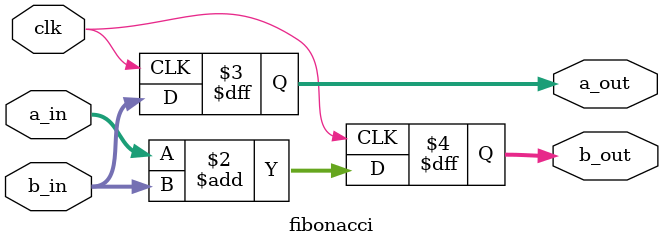
<source format=sv>
module fibonacci(
    input wire clk,
    input wire [31:0] a_in,
    input wire [31:0] b_in,
    output reg [31:0] a_out,
    output reg [31:0] b_out   // TODO should these be registers? or wires?
);
    always @ (posedge clk) begin
        a_out <= b_in;
        b_out <= a_in + b_in;
    end
endmodule

</source>
